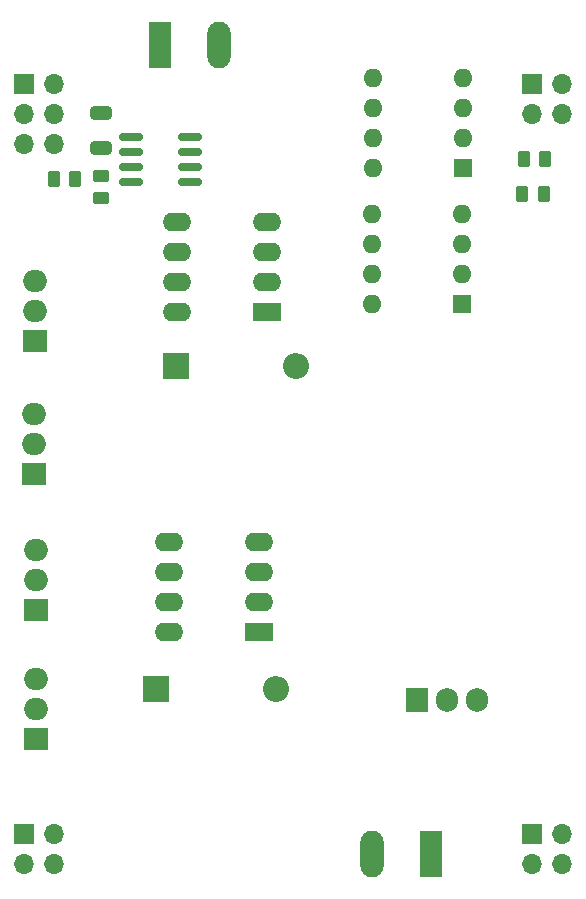
<source format=gbr>
%TF.GenerationSoftware,KiCad,Pcbnew,7.0.5*%
%TF.CreationDate,2023-11-23T21:46:28-03:00*%
%TF.ProjectId,Inversor,496e7665-7273-46f7-922e-6b696361645f,rev?*%
%TF.SameCoordinates,Original*%
%TF.FileFunction,Soldermask,Top*%
%TF.FilePolarity,Negative*%
%FSLAX46Y46*%
G04 Gerber Fmt 4.6, Leading zero omitted, Abs format (unit mm)*
G04 Created by KiCad (PCBNEW 7.0.5) date 2023-11-23 21:46:28*
%MOMM*%
%LPD*%
G01*
G04 APERTURE LIST*
G04 Aperture macros list*
%AMRoundRect*
0 Rectangle with rounded corners*
0 $1 Rounding radius*
0 $2 $3 $4 $5 $6 $7 $8 $9 X,Y pos of 4 corners*
0 Add a 4 corners polygon primitive as box body*
4,1,4,$2,$3,$4,$5,$6,$7,$8,$9,$2,$3,0*
0 Add four circle primitives for the rounded corners*
1,1,$1+$1,$2,$3*
1,1,$1+$1,$4,$5*
1,1,$1+$1,$6,$7*
1,1,$1+$1,$8,$9*
0 Add four rect primitives between the rounded corners*
20,1,$1+$1,$2,$3,$4,$5,0*
20,1,$1+$1,$4,$5,$6,$7,0*
20,1,$1+$1,$6,$7,$8,$9,0*
20,1,$1+$1,$8,$9,$2,$3,0*%
G04 Aperture macros list end*
%ADD10RoundRect,0.150000X0.825000X0.150000X-0.825000X0.150000X-0.825000X-0.150000X0.825000X-0.150000X0*%
%ADD11RoundRect,0.250000X0.262500X0.450000X-0.262500X0.450000X-0.262500X-0.450000X0.262500X-0.450000X0*%
%ADD12RoundRect,0.250000X-0.450000X0.262500X-0.450000X-0.262500X0.450000X-0.262500X0.450000X0.262500X0*%
%ADD13R,2.000000X1.905000*%
%ADD14O,2.000000X1.905000*%
%ADD15O,1.980000X3.960000*%
%ADD16R,1.980000X3.960000*%
%ADD17R,2.200000X2.200000*%
%ADD18O,2.200000X2.200000*%
%ADD19O,1.700000X1.700000*%
%ADD20R,1.700000X1.700000*%
%ADD21R,1.600000X1.600000*%
%ADD22O,1.600000X1.600000*%
%ADD23R,2.400000X1.600000*%
%ADD24O,2.400000X1.600000*%
%ADD25R,1.905000X2.000000*%
%ADD26O,1.905000X2.000000*%
%ADD27RoundRect,0.250000X-0.650000X0.325000X-0.650000X-0.325000X0.650000X-0.325000X0.650000X0.325000X0*%
%ADD28RoundRect,0.250000X-0.262500X-0.450000X0.262500X-0.450000X0.262500X0.450000X-0.262500X0.450000X0*%
G04 APERTURE END LIST*
D10*
%TO.C,U4*%
X68775000Y-73415000D03*
X68775000Y-72145000D03*
X68775000Y-70875000D03*
X68775000Y-69605000D03*
X73725000Y-69605000D03*
X73725000Y-70875000D03*
X73725000Y-72145000D03*
X73725000Y-73415000D03*
%TD*%
D11*
%TO.C,R8*%
X64062500Y-73120000D03*
X62237500Y-73120000D03*
%TD*%
D12*
%TO.C,R7*%
X66230000Y-72917500D03*
X66230000Y-74742500D03*
%TD*%
D13*
%TO.C,Q2*%
X60585000Y-98090000D03*
D14*
X60585000Y-95550000D03*
X60585000Y-93010000D03*
%TD*%
D15*
%TO.C,J1*%
X76230000Y-61790000D03*
D16*
X71230000Y-61790000D03*
%TD*%
D17*
%TO.C,D2*%
X72570000Y-89000000D03*
D18*
X82730000Y-89000000D03*
%TD*%
D19*
%TO.C,J7*%
X62245000Y-70166250D03*
X59705000Y-70166250D03*
X62245000Y-67626250D03*
X59705000Y-67626250D03*
X62245000Y-65086250D03*
D20*
X59705000Y-65086250D03*
%TD*%
D21*
%TO.C,U6*%
X96760000Y-83730000D03*
D22*
X96760000Y-81190000D03*
X96760000Y-78650000D03*
X96760000Y-76110000D03*
X89140000Y-76110000D03*
X89140000Y-78650000D03*
X89140000Y-81190000D03*
X89140000Y-83730000D03*
%TD*%
D21*
%TO.C,U5*%
X96890000Y-72230000D03*
D22*
X96890000Y-69690000D03*
X96890000Y-67150000D03*
X96890000Y-64610000D03*
X89270000Y-64610000D03*
X89270000Y-67150000D03*
X89270000Y-69690000D03*
X89270000Y-72230000D03*
%TD*%
D19*
%TO.C,J4*%
X105245000Y-67626250D03*
X102705000Y-67626250D03*
X105245000Y-65086250D03*
D20*
X102705000Y-65086250D03*
%TD*%
D13*
%TO.C,Q1*%
X60615000Y-86880000D03*
D14*
X60615000Y-84340000D03*
X60615000Y-81800000D03*
%TD*%
D23*
%TO.C,U1*%
X80275000Y-84390000D03*
D24*
X80275000Y-81850000D03*
X80275000Y-79310000D03*
X80275000Y-76770000D03*
X72655000Y-76770000D03*
X72655000Y-79310000D03*
X72655000Y-81850000D03*
X72655000Y-84390000D03*
%TD*%
D13*
%TO.C,Q3*%
X60732800Y-109647600D03*
D14*
X60732800Y-107107600D03*
X60732800Y-104567600D03*
%TD*%
D19*
%TO.C,J6*%
X62245000Y-131126250D03*
X59705000Y-131126250D03*
X62245000Y-128586250D03*
D20*
X59705000Y-128586250D03*
%TD*%
D25*
%TO.C,U2*%
X93020000Y-117215000D03*
D26*
X95560000Y-117215000D03*
X98100000Y-117215000D03*
%TD*%
D19*
%TO.C,J5*%
X105245000Y-131126250D03*
X102705000Y-131126250D03*
X105245000Y-128586250D03*
D20*
X102705000Y-128586250D03*
%TD*%
D17*
%TO.C,D1*%
X70920000Y-116315000D03*
D18*
X81080000Y-116315000D03*
%TD*%
D16*
%TO.C,J3*%
X94195000Y-130300000D03*
D15*
X89195000Y-130300000D03*
%TD*%
D13*
%TO.C,Q4*%
X60760000Y-120570000D03*
D14*
X60760000Y-118030000D03*
X60760000Y-115490000D03*
%TD*%
D23*
%TO.C,U3*%
X79575000Y-111445000D03*
D24*
X79575000Y-108905000D03*
X79575000Y-106365000D03*
X79575000Y-103825000D03*
X71955000Y-103825000D03*
X71955000Y-106365000D03*
X71955000Y-108905000D03*
X71955000Y-111445000D03*
%TD*%
D27*
%TO.C,C7*%
X66250000Y-70475000D03*
X66250000Y-67525000D03*
%TD*%
D11*
%TO.C,R13*%
X102017500Y-71480000D03*
X103842500Y-71480000D03*
%TD*%
D28*
%TO.C,R5*%
X103692500Y-74390000D03*
X101867500Y-74390000D03*
%TD*%
M02*

</source>
